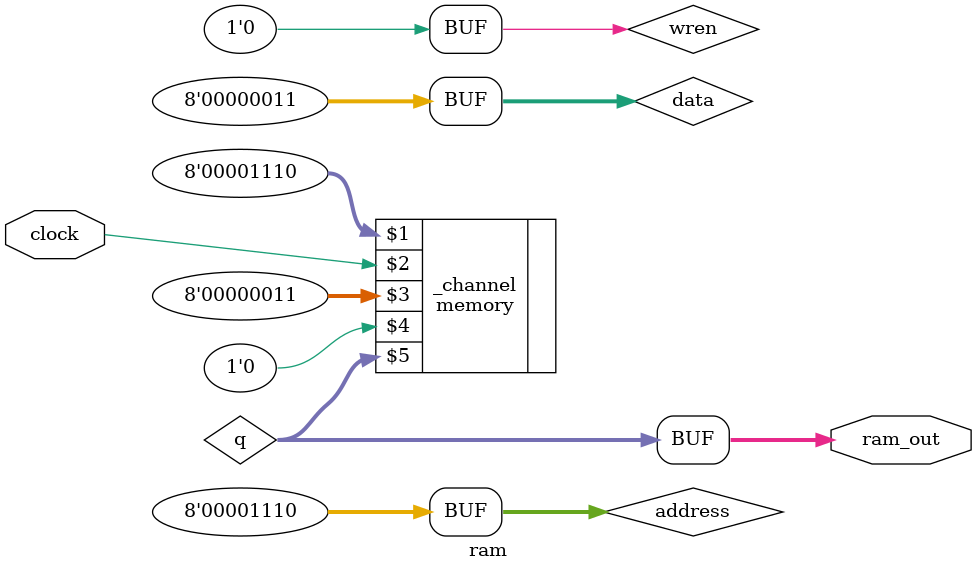
<source format=v>




module ram(clock, ram_out);

input clock;
output [7:0]ram_out;

reg [7:0]address;
reg [7:0] data;
reg wren;

wire [7:0] q;


initial begin

	address	= 	8'b00001111;
	data		=	8'b00000010;
	wren		=	1;
	#50;
	
	address	= 	8'b00001110;
	data		=	8'b00000011;
	wren		=	1;
	#100;
	
	address	= 	8'b00001111;
	data		=	8'b00000010;
	wren		=	0;
	#150;
	
	address	= 	8'b00001110;
	data		=	8'b00000011;
	wren		=	0;
	#200;
	
	
end


memory _channel(address,clock,data,wren,q);


assign ram_out = q;

endmodule
</source>
